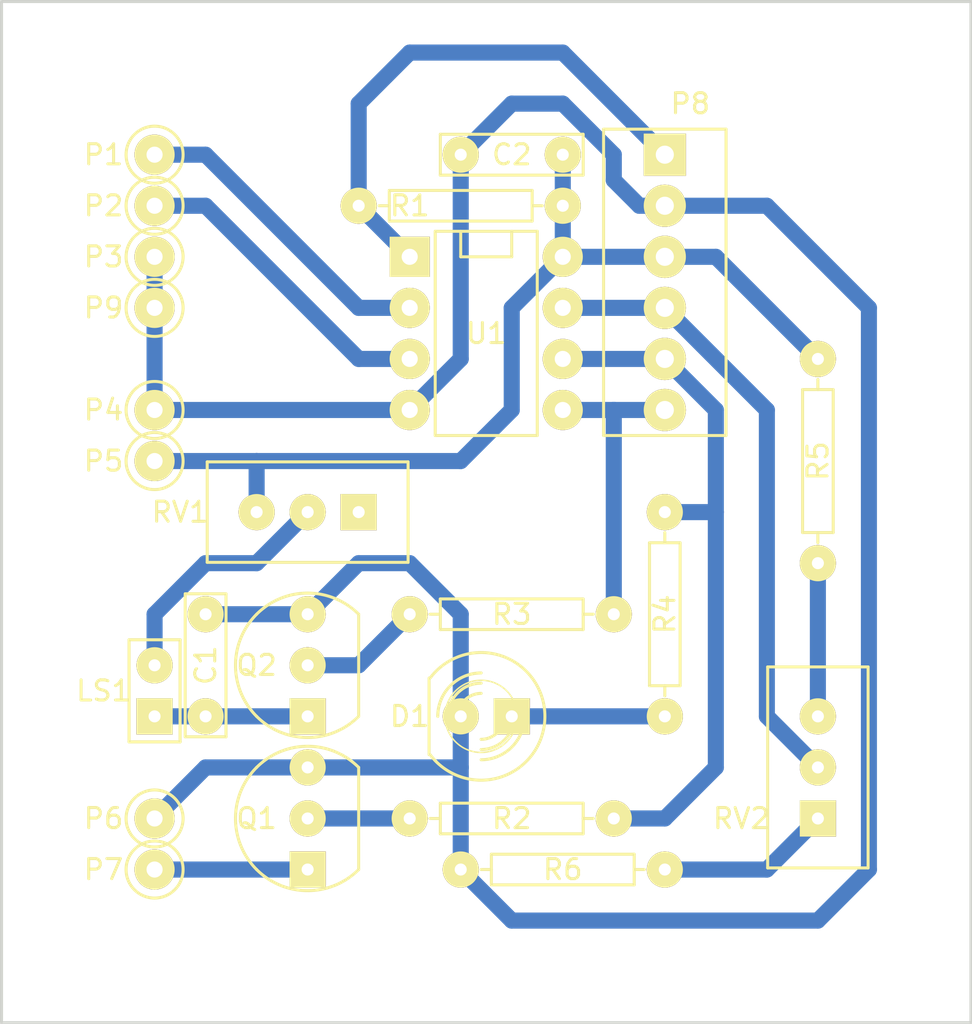
<source format=kicad_pcb>
(kicad_pcb (version 20171130) (host pcbnew 5.1.5+dfsg1-2~bpo10+1)

  (general
    (thickness 1.6)
    (drawings 4)
    (tracks 77)
    (zones 0)
    (modules 24)
    (nets 17)
  )

  (page A4)
  (layers
    (0 F.Cu signal)
    (31 B.Cu signal)
    (32 B.Adhes user)
    (33 F.Adhes user)
    (34 B.Paste user)
    (35 F.Paste user)
    (36 B.SilkS user)
    (37 F.SilkS user)
    (38 B.Mask user)
    (39 F.Mask user)
    (40 Dwgs.User user)
    (41 Cmts.User user)
    (42 Eco1.User user)
    (43 Eco2.User user)
    (44 Edge.Cuts user)
    (45 Margin user)
    (46 B.CrtYd user)
    (47 F.CrtYd user)
    (48 B.Fab user)
    (49 F.Fab user)
  )

  (setup
    (last_trace_width 0.8)
    (trace_clearance 0.2)
    (zone_clearance 0.508)
    (zone_45_only no)
    (trace_min 0.2)
    (via_size 0.6)
    (via_drill 0.4)
    (via_min_size 0.4)
    (via_min_drill 0.3)
    (uvia_size 0.3)
    (uvia_drill 0.1)
    (uvias_allowed no)
    (uvia_min_size 0.2)
    (uvia_min_drill 0.1)
    (edge_width 0.15)
    (segment_width 0.2)
    (pcb_text_width 0.3)
    (pcb_text_size 1.5 1.5)
    (mod_edge_width 0.15)
    (mod_text_size 0.000001 0.000001)
    (mod_text_width 0.15)
    (pad_size 1.4 1.4)
    (pad_drill 0.6)
    (pad_to_mask_clearance 0.2)
    (solder_mask_min_width 0.25)
    (aux_axis_origin 0 0)
    (visible_elements FFFEFF7F)
    (pcbplotparams
      (layerselection 0x00020_fffffffe)
      (usegerberextensions false)
      (usegerberattributes false)
      (usegerberadvancedattributes false)
      (creategerberjobfile false)
      (excludeedgelayer false)
      (linewidth 0.100000)
      (plotframeref false)
      (viasonmask false)
      (mode 1)
      (useauxorigin false)
      (hpglpennumber 1)
      (hpglpenspeed 20)
      (hpglpendiameter 15.000000)
      (psnegative false)
      (psa4output false)
      (plotreference true)
      (plotvalue false)
      (plotinvisibletext false)
      (padsonsilk false)
      (subtractmaskfromsilk false)
      (outputformat 2)
      (mirror false)
      (drillshape 2)
      (scaleselection 1)
      (outputdirectory ""))
  )

  (net 0 "")
  (net 1 "Net-(C1-Pad1)")
  (net 2 "Net-(C1-Pad2)")
  (net 3 "Net-(C2-Pad1)")
  (net 4 "Net-(D1-Pad1)")
  (net 5 "Net-(P1-Pad1)")
  (net 6 "Net-(P2-Pad1)")
  (net 7 "Net-(P7-Pad1)")
  (net 8 "Net-(P8-Pad1)")
  (net 9 "Net-(P8-Pad4)")
  (net 10 "Net-(P8-Pad5)")
  (net 11 "Net-(P8-Pad6)")
  (net 12 "Net-(R5-Pad2)")
  (net 13 "Net-(R6-Pad1)")
  (net 14 "Net-(LS1-Pad2)")
  (net 15 "Net-(Q1-Pad2)")
  (net 16 "Net-(Q2-Pad2)")

  (net_class Default "Ceci est la Netclass par défaut"
    (clearance 0.2)
    (trace_width 0.8)
    (via_dia 0.6)
    (via_drill 0.4)
    (uvia_dia 0.3)
    (uvia_drill 0.1)
    (add_net "Net-(C1-Pad1)")
    (add_net "Net-(C1-Pad2)")
    (add_net "Net-(C2-Pad1)")
    (add_net "Net-(D1-Pad1)")
    (add_net "Net-(LS1-Pad2)")
    (add_net "Net-(P1-Pad1)")
    (add_net "Net-(P2-Pad1)")
    (add_net "Net-(P7-Pad1)")
    (add_net "Net-(P8-Pad1)")
    (add_net "Net-(P8-Pad4)")
    (add_net "Net-(P8-Pad5)")
    (add_net "Net-(P8-Pad6)")
    (add_net "Net-(Q1-Pad2)")
    (add_net "Net-(Q2-Pad2)")
    (add_net "Net-(R5-Pad2)")
    (add_net "Net-(R6-Pad1)")
  )

  (module kicad:PIN_ARRAY_3X1 (layer F.Cu) (tedit 5D336E9E) (tstamp 5C69CC5D)
    (at 157.48 116.84 90)
    (descr "Connecteurs 2 pins")
    (tags "CONN DEV")
    (path /5C61FF4E)
    (fp_text reference RV2 (at -2.54 -3.81 180) (layer F.SilkS)
      (effects (font (size 1 1) (thickness 0.15)))
    )
    (fp_text value POT (at 0 1.905 90) (layer F.SilkS) hide
      (effects (font (size 0.762 0.762) (thickness 0.1524)))
    )
    (fp_line (start -5 2.5) (end -5 -2.5) (layer F.SilkS) (width 0.15))
    (fp_line (start 5 2.5) (end -5 2.5) (layer F.SilkS) (width 0.15))
    (fp_line (start 5 -2.5) (end 5 2.5) (layer F.SilkS) (width 0.15))
    (fp_line (start -5 -2.5) (end 5 -2.5) (layer F.SilkS) (width 0.15))
    (pad 3 thru_hole circle (at 2.54 0 90) (size 1.80086 1.80086) (drill 0.59944) (layers *.Cu *.Mask F.SilkS)
      (net 12 "Net-(R5-Pad2)"))
    (pad 1 thru_hole rect (at -2.54 0 90) (size 1.80086 1.80086) (drill 0.59944) (layers *.Cu *.Mask F.SilkS)
      (net 13 "Net-(R6-Pad1)"))
    (pad 2 thru_hole circle (at 0 0 90) (size 1.80086 1.80086) (drill 0.59944) (layers *.Cu *.Mask F.SilkS)
      (net 9 "Net-(P8-Pad4)"))
    (model pin_array/pins_array_2x1.wrl
      (at (xyz 0 0 0))
      (scale (xyz 1 1 1))
      (rotate (xyz 0 0 0))
    )
  )

  (module kicad:PIN_ARRAY_3X1 (layer F.Cu) (tedit 5D336E9E) (tstamp 5D336E8C)
    (at 132.08 104.14 180)
    (descr "Connecteurs 2 pins")
    (tags "CONN DEV")
    (path /5C69C526)
    (fp_text reference RV1 (at 6.35 0 180) (layer F.SilkS)
      (effects (font (size 1 1) (thickness 0.15)))
    )
    (fp_text value POT (at 0 1.905 180) (layer F.SilkS) hide
      (effects (font (size 0.762 0.762) (thickness 0.1524)))
    )
    (fp_line (start -5 -2.5) (end 5 -2.5) (layer F.SilkS) (width 0.15))
    (fp_line (start 5 -2.5) (end 5 2.5) (layer F.SilkS) (width 0.15))
    (fp_line (start 5 2.5) (end -5 2.5) (layer F.SilkS) (width 0.15))
    (fp_line (start -5 2.5) (end -5 -2.5) (layer F.SilkS) (width 0.15))
    (pad 2 thru_hole circle (at 0 0 180) (size 1.80086 1.80086) (drill 0.59944) (layers *.Cu *.Mask F.SilkS)
      (net 14 "Net-(LS1-Pad2)"))
    (pad 1 thru_hole rect (at -2.54 0 180) (size 1.80086 1.80086) (drill 0.59944) (layers *.Cu *.Mask F.SilkS))
    (pad 3 thru_hole circle (at 2.54 0 180) (size 1.80086 1.80086) (drill 0.59944) (layers *.Cu *.Mask F.SilkS)
      (net 3 "Net-(C2-Pad1)"))
    (model pin_array/pins_array_2x1.wrl
      (at (xyz 0 0 0))
      (scale (xyz 1 1 1))
      (rotate (xyz 0 0 0))
    )
  )

  (module kicad:PIN_ARRAY_1X1 (layer F.Cu) (tedit 5C4E0FE2) (tstamp 5D3222BD)
    (at 124.46 93.98)
    (descr "module 1 pin (ou trou mecanique de percage)")
    (tags DEV)
    (path /5D32CA88)
    (fp_text reference P9 (at -2.54 0) (layer F.SilkS)
      (effects (font (size 1 1) (thickness 0.15)))
    )
    (fp_text value CONN_1 (at 0 2.794) (layer F.SilkS) hide
      (effects (font (size 1.016 1.016) (thickness 0.254)))
    )
    (fp_circle (center 0 0) (end 1.27 0.635) (layer F.SilkS) (width 0.15))
    (pad 1 thru_hole circle (at 0 0) (size 2 2) (drill 0.8) (layers *.Cu *.Mask F.SilkS)
      (net 2 "Net-(C1-Pad2)"))
  )

  (module kicad:NPN (layer F.Cu) (tedit 5D321F7E) (tstamp 5C61E1BD)
    (at 132.08 111.76 180)
    (descr "Transistor TO92 brochage type BC337")
    (tags "TR TO92")
    (path /5C608DFD)
    (fp_text reference Q2 (at 2.54 0) (layer F.SilkS)
      (effects (font (size 1 1) (thickness 0.15)))
    )
    (fp_text value NPN (at 2.032 0 270) (layer F.SilkS) hide
      (effects (font (size 1 1) (thickness 0.15)))
    )
    (fp_line (start -2.54 2.54) (end -2.54 -2.54) (layer F.SilkS) (width 0.15))
    (fp_arc (start 0 0) (end 2.54 2.54) (angle 90) (layer F.SilkS) (width 0.15))
    (fp_arc (start 0 0) (end 2.54 -2.54) (angle 90) (layer F.SilkS) (width 0.15))
    (fp_arc (start 0 0) (end -2.54 -2.54) (angle 90) (layer F.SilkS) (width 0.15))
    (pad 1 thru_hole rect (at 0 -2.54) (size 1.80086 1.80086) (drill 0.59944) (layers *.Cu *.Mask F.SilkS)
      (net 1 "Net-(C1-Pad1)"))
    (pad 2 thru_hole circle (at 0 0) (size 1.80086 1.80086) (drill 0.59944) (layers *.Cu *.Mask F.SilkS)
      (net 16 "Net-(Q2-Pad2)"))
    (pad 3 thru_hole circle (at 0 2.54) (size 1.80086 1.80086) (drill 0.59944) (layers *.Cu *.Mask F.SilkS)
      (net 2 "Net-(C1-Pad2)"))
    (model discret/to98.wrl
      (at (xyz 0 0 0))
      (scale (xyz 1 1 1))
      (rotate (xyz 0 0 0))
    )
  )

  (module kicad:NPN (layer F.Cu) (tedit 5D321F7E) (tstamp 5C535AA8)
    (at 132.08 119.38 180)
    (descr "Transistor TO92 brochage type BC337")
    (tags "TR TO92")
    (path /5B62037E)
    (fp_text reference Q1 (at 2.54 0) (layer F.SilkS)
      (effects (font (size 1 1) (thickness 0.15)))
    )
    (fp_text value NPN (at 2.032 0 270) (layer F.SilkS) hide
      (effects (font (size 1 1) (thickness 0.15)))
    )
    (fp_line (start -2.54 2.54) (end -2.54 -2.54) (layer F.SilkS) (width 0.15))
    (fp_arc (start 0 0) (end 2.54 2.54) (angle 90) (layer F.SilkS) (width 0.15))
    (fp_arc (start 0 0) (end 2.54 -2.54) (angle 90) (layer F.SilkS) (width 0.15))
    (fp_arc (start 0 0) (end -2.54 -2.54) (angle 90) (layer F.SilkS) (width 0.15))
    (pad 1 thru_hole rect (at 0 -2.54) (size 1.80086 1.80086) (drill 0.59944) (layers *.Cu *.Mask F.SilkS)
      (net 7 "Net-(P7-Pad1)"))
    (pad 2 thru_hole circle (at 0 0) (size 1.80086 1.80086) (drill 0.59944) (layers *.Cu *.Mask F.SilkS)
      (net 15 "Net-(Q1-Pad2)"))
    (pad 3 thru_hole circle (at 0 2.54) (size 1.80086 1.80086) (drill 0.59944) (layers *.Cu *.Mask F.SilkS)
      (net 2 "Net-(C1-Pad2)"))
    (model discret/to98.wrl
      (at (xyz 0 0 0))
      (scale (xyz 1 1 1))
      (rotate (xyz 0 0 0))
    )
  )

  (module kicad:DIP-8__300 (layer F.Cu) (tedit 5C4E14D2) (tstamp 5D337186)
    (at 140.97 95.25 270)
    (descr "8 pins DIL package, round pads")
    (tags DIL)
    (path /54A83A0D)
    (fp_text reference U1 (at 0 0) (layer F.SilkS)
      (effects (font (size 1 1) (thickness 0.15)))
    )
    (fp_text value ATTINY45-20PU (at 3.81 0) (layer F.SilkS) hide
      (effects (font (size 1 1) (thickness 0.15)))
    )
    (fp_line (start -5.08 -1.27) (end -3.81 -1.27) (layer F.SilkS) (width 0.15))
    (fp_line (start -3.81 -1.27) (end -3.81 1.27) (layer F.SilkS) (width 0.15))
    (fp_line (start -3.81 1.27) (end -5.08 1.27) (layer F.SilkS) (width 0.15))
    (fp_line (start -5.08 -2.54) (end 5.08 -2.54) (layer F.SilkS) (width 0.15))
    (fp_line (start 5.08 -2.54) (end 5.08 2.54) (layer F.SilkS) (width 0.15))
    (fp_line (start 5.08 2.54) (end -5.08 2.54) (layer F.SilkS) (width 0.15))
    (fp_line (start -5.08 2.54) (end -5.08 -2.54) (layer F.SilkS) (width 0.15))
    (pad 1 thru_hole rect (at -3.81 3.81 270) (size 1.99898 1.99898) (drill 0.8001) (layers *.Cu *.Mask F.SilkS)
      (net 8 "Net-(P8-Pad1)"))
    (pad 2 thru_hole circle (at -1.27 3.81 270) (size 1.99898 1.99898) (drill 0.8001) (layers *.Cu *.Mask F.SilkS)
      (net 5 "Net-(P1-Pad1)"))
    (pad 3 thru_hole circle (at 1.27 3.81 270) (size 1.99898 1.99898) (drill 0.8001) (layers *.Cu *.Mask F.SilkS)
      (net 6 "Net-(P2-Pad1)"))
    (pad 4 thru_hole circle (at 3.81 3.81 270) (size 1.99898 1.99898) (drill 0.8001) (layers *.Cu *.Mask F.SilkS)
      (net 2 "Net-(C1-Pad2)"))
    (pad 5 thru_hole circle (at 3.81 -3.81 270) (size 1.99898 1.99898) (drill 0.8001) (layers *.Cu *.Mask F.SilkS)
      (net 11 "Net-(P8-Pad6)"))
    (pad 6 thru_hole circle (at 1.27 -3.81 270) (size 1.99898 1.99898) (drill 0.8001) (layers *.Cu *.Mask F.SilkS)
      (net 10 "Net-(P8-Pad5)"))
    (pad 7 thru_hole circle (at -1.27 -3.81 270) (size 1.99898 1.99898) (drill 0.8001) (layers *.Cu *.Mask F.SilkS)
      (net 9 "Net-(P8-Pad4)"))
    (pad 8 thru_hole circle (at -3.81 -3.81 270) (size 1.99898 1.99898) (drill 0.8001) (layers *.Cu *.Mask F.SilkS)
      (net 3 "Net-(C2-Pad1)"))
    (model dil/dil_8.wrl
      (at (xyz 0 0 0))
      (scale (xyz 1 1 1))
      (rotate (xyz 0 0 0))
    )
  )

  (module kicad:PIN_ARRAY_6X1 (layer F.Cu) (tedit 5C633311) (tstamp 5B22C485)
    (at 149.86 92.71 270)
    (descr "Connecteur 6 pins")
    (tags "CONN DEV")
    (path /54A83AC7)
    (fp_text reference P8 (at -8.89 -1.27) (layer F.SilkS)
      (effects (font (size 1 1) (thickness 0.15)))
    )
    (fp_text value CONN_6 (at 0 2.159 270) (layer F.SilkS) hide
      (effects (font (size 1 1) (thickness 0.15)))
    )
    (fp_line (start -7.62 -3.048) (end 7.62 -3.048) (layer F.SilkS) (width 0.15))
    (fp_line (start 7.62 -3.048) (end 7.62 3.048) (layer F.SilkS) (width 0.15))
    (fp_line (start 7.62 3.048) (end -7.62 3.048) (layer F.SilkS) (width 0.15))
    (fp_line (start -7.62 3.048) (end -7.62 -3.048) (layer F.SilkS) (width 0.15))
    (pad 1 thru_hole rect (at -6.35 0 270) (size 2.10058 2.10058) (drill 0.89916) (layers *.Cu *.Mask F.SilkS)
      (net 8 "Net-(P8-Pad1)"))
    (pad 2 thru_hole circle (at -3.81 0 270) (size 2.10058 2.10058) (drill 0.89916) (layers *.Cu *.Mask F.SilkS)
      (net 2 "Net-(C1-Pad2)"))
    (pad 3 thru_hole circle (at -1.27 0 270) (size 2.10058 2.10058) (drill 0.89916) (layers *.Cu *.Mask F.SilkS)
      (net 3 "Net-(C2-Pad1)"))
    (pad 4 thru_hole circle (at 1.27 0 270) (size 2.10058 2.10058) (drill 0.89916) (layers *.Cu *.Mask F.SilkS)
      (net 9 "Net-(P8-Pad4)"))
    (pad 5 thru_hole circle (at 3.81 0 270) (size 2.10058 2.10058) (drill 0.89916) (layers *.Cu *.Mask F.SilkS)
      (net 10 "Net-(P8-Pad5)"))
    (pad 6 thru_hole circle (at 6.35 0 270) (size 2.10058 2.10058) (drill 0.89916) (layers *.Cu *.Mask F.SilkS)
      (net 11 "Net-(P8-Pad6)"))
    (model pin_array/pins_array_6x1.wrl
      (at (xyz 0 0 0))
      (scale (xyz 1 1 1))
      (rotate (xyz 0 0 0))
    )
  )

  (module kicad:R4 (layer F.Cu) (tedit 5C4E0F96) (tstamp 5B22C498)
    (at 157.48 101.6 270)
    (descr "Resitance 4 pas")
    (tags R)
    (path /54AB1024)
    (autoplace_cost180 10)
    (fp_text reference R5 (at 0 0 270) (layer F.SilkS)
      (effects (font (size 1 1) (thickness 0.15)))
    )
    (fp_text value R (at -3.048 0 270) (layer F.SilkS) hide
      (effects (font (size 1 1) (thickness 0.15)))
    )
    (fp_line (start 3.556 -0.762) (end 3.556 0.762) (layer F.SilkS) (width 0.15))
    (fp_line (start -3.556 -0.762) (end -3.556 0.762) (layer F.SilkS) (width 0.15))
    (fp_line (start -3.556 0) (end -4.064 0) (layer F.SilkS) (width 0.15))
    (fp_line (start 3.556 0) (end 4.064 0) (layer F.SilkS) (width 0.15))
    (fp_line (start -3.556 0.762) (end 3.556 0.762) (layer F.SilkS) (width 0.15))
    (fp_line (start -3.556 -0.762) (end 3.556 -0.762) (layer F.SilkS) (width 0.15))
    (pad 1 thru_hole circle (at -5.08 0 270) (size 1.80086 1.80086) (drill 0.59944) (layers *.Cu *.Mask F.SilkS)
      (net 3 "Net-(C2-Pad1)"))
    (pad 2 thru_hole circle (at 5.08 0 270) (size 1.80086 1.80086) (drill 0.59944) (layers *.Cu *.Mask F.SilkS)
      (net 12 "Net-(R5-Pad2)"))
    (model discret/resistor.wrl
      (at (xyz 0 0 0))
      (scale (xyz 0.4 0.4 0.4))
      (rotate (xyz 0 0 0))
    )
  )

  (module kicad:R4 (layer F.Cu) (tedit 5C4E0F96) (tstamp 5B22C49E)
    (at 144.78 121.92 180)
    (descr "Resitance 4 pas")
    (tags R)
    (path /54AB1015)
    (autoplace_cost180 10)
    (fp_text reference R6 (at 0 0 180) (layer F.SilkS)
      (effects (font (size 1 1) (thickness 0.15)))
    )
    (fp_text value R (at -3.048 0 180) (layer F.SilkS) hide
      (effects (font (size 1 1) (thickness 0.15)))
    )
    (fp_line (start 3.556 -0.762) (end 3.556 0.762) (layer F.SilkS) (width 0.15))
    (fp_line (start -3.556 -0.762) (end -3.556 0.762) (layer F.SilkS) (width 0.15))
    (fp_line (start -3.556 0) (end -4.064 0) (layer F.SilkS) (width 0.15))
    (fp_line (start 3.556 0) (end 4.064 0) (layer F.SilkS) (width 0.15))
    (fp_line (start -3.556 0.762) (end 3.556 0.762) (layer F.SilkS) (width 0.15))
    (fp_line (start -3.556 -0.762) (end 3.556 -0.762) (layer F.SilkS) (width 0.15))
    (pad 1 thru_hole circle (at -5.08 0 180) (size 1.80086 1.80086) (drill 0.59944) (layers *.Cu *.Mask F.SilkS)
      (net 13 "Net-(R6-Pad1)"))
    (pad 2 thru_hole circle (at 5.08 0 180) (size 1.80086 1.80086) (drill 0.59944) (layers *.Cu *.Mask F.SilkS)
      (net 2 "Net-(C1-Pad2)"))
    (model discret/resistor.wrl
      (at (xyz 0 0 0))
      (scale (xyz 0.4 0.4 0.4))
      (rotate (xyz 0 0 0))
    )
  )

  (module kicad:R4 (layer F.Cu) (tedit 5C4E0F96) (tstamp 5B22C4AA)
    (at 142.24 119.38 180)
    (descr "Resitance 4 pas")
    (tags R)
    (path /54A8798F)
    (autoplace_cost180 10)
    (fp_text reference R2 (at 0 0 180) (layer F.SilkS)
      (effects (font (size 1 1) (thickness 0.15)))
    )
    (fp_text value R (at -3.048 0 180) (layer F.SilkS) hide
      (effects (font (size 1 1) (thickness 0.15)))
    )
    (fp_line (start 3.556 -0.762) (end 3.556 0.762) (layer F.SilkS) (width 0.15))
    (fp_line (start -3.556 -0.762) (end -3.556 0.762) (layer F.SilkS) (width 0.15))
    (fp_line (start -3.556 0) (end -4.064 0) (layer F.SilkS) (width 0.15))
    (fp_line (start 3.556 0) (end 4.064 0) (layer F.SilkS) (width 0.15))
    (fp_line (start -3.556 0.762) (end 3.556 0.762) (layer F.SilkS) (width 0.15))
    (fp_line (start -3.556 -0.762) (end 3.556 -0.762) (layer F.SilkS) (width 0.15))
    (pad 1 thru_hole circle (at -5.08 0 180) (size 1.80086 1.80086) (drill 0.59944) (layers *.Cu *.Mask F.SilkS)
      (net 10 "Net-(P8-Pad5)"))
    (pad 2 thru_hole circle (at 5.08 0 180) (size 1.80086 1.80086) (drill 0.59944) (layers *.Cu *.Mask F.SilkS)
      (net 15 "Net-(Q1-Pad2)"))
    (model discret/resistor.wrl
      (at (xyz 0 0 0))
      (scale (xyz 0.4 0.4 0.4))
      (rotate (xyz 0 0 0))
    )
  )

  (module kicad:R4 (layer F.Cu) (tedit 5C4E0F96) (tstamp 5B22C4B0)
    (at 149.86 109.22 270)
    (descr "Resitance 4 pas")
    (tags R)
    (path /54AB0134)
    (autoplace_cost180 10)
    (fp_text reference R4 (at 0 0 270) (layer F.SilkS)
      (effects (font (size 1 1) (thickness 0.15)))
    )
    (fp_text value R (at -3.048 0 270) (layer F.SilkS) hide
      (effects (font (size 1 1) (thickness 0.15)))
    )
    (fp_line (start 3.556 -0.762) (end 3.556 0.762) (layer F.SilkS) (width 0.15))
    (fp_line (start -3.556 -0.762) (end -3.556 0.762) (layer F.SilkS) (width 0.15))
    (fp_line (start -3.556 0) (end -4.064 0) (layer F.SilkS) (width 0.15))
    (fp_line (start 3.556 0) (end 4.064 0) (layer F.SilkS) (width 0.15))
    (fp_line (start -3.556 0.762) (end 3.556 0.762) (layer F.SilkS) (width 0.15))
    (fp_line (start -3.556 -0.762) (end 3.556 -0.762) (layer F.SilkS) (width 0.15))
    (pad 1 thru_hole circle (at -5.08 0 270) (size 1.80086 1.80086) (drill 0.59944) (layers *.Cu *.Mask F.SilkS)
      (net 10 "Net-(P8-Pad5)"))
    (pad 2 thru_hole circle (at 5.08 0 270) (size 1.80086 1.80086) (drill 0.59944) (layers *.Cu *.Mask F.SilkS)
      (net 4 "Net-(D1-Pad1)"))
    (model discret/resistor.wrl
      (at (xyz 0 0 0))
      (scale (xyz 0.4 0.4 0.4))
      (rotate (xyz 0 0 0))
    )
  )

  (module kicad:R4 (layer F.Cu) (tedit 5C4E0F96) (tstamp 5C61E1C3)
    (at 142.24 109.22 180)
    (descr "Resitance 4 pas")
    (tags R)
    (path /5C608F29)
    (autoplace_cost180 10)
    (fp_text reference R3 (at 0 0 180) (layer F.SilkS)
      (effects (font (size 1 1) (thickness 0.15)))
    )
    (fp_text value R (at -3.048 0 180) (layer F.SilkS) hide
      (effects (font (size 1 1) (thickness 0.15)))
    )
    (fp_line (start 3.556 -0.762) (end 3.556 0.762) (layer F.SilkS) (width 0.15))
    (fp_line (start -3.556 -0.762) (end -3.556 0.762) (layer F.SilkS) (width 0.15))
    (fp_line (start -3.556 0) (end -4.064 0) (layer F.SilkS) (width 0.15))
    (fp_line (start 3.556 0) (end 4.064 0) (layer F.SilkS) (width 0.15))
    (fp_line (start -3.556 0.762) (end 3.556 0.762) (layer F.SilkS) (width 0.15))
    (fp_line (start -3.556 -0.762) (end 3.556 -0.762) (layer F.SilkS) (width 0.15))
    (pad 1 thru_hole circle (at -5.08 0 180) (size 1.80086 1.80086) (drill 0.59944) (layers *.Cu *.Mask F.SilkS)
      (net 11 "Net-(P8-Pad6)"))
    (pad 2 thru_hole circle (at 5.08 0 180) (size 1.80086 1.80086) (drill 0.59944) (layers *.Cu *.Mask F.SilkS)
      (net 16 "Net-(Q2-Pad2)"))
    (model discret/resistor.wrl
      (at (xyz 0 0 0))
      (scale (xyz 0.4 0.4 0.4))
      (rotate (xyz 0 0 0))
    )
  )

  (module kicad:R4 (layer F.Cu) (tedit 5C647C4C) (tstamp 5B22C4B6)
    (at 139.7 88.9 180)
    (descr "Resitance 4 pas")
    (tags R)
    (path /54A84412)
    (autoplace_cost180 10)
    (fp_text reference R1 (at 2.54 0 180) (layer F.SilkS)
      (effects (font (size 1 1) (thickness 0.15)))
    )
    (fp_text value R (at -3.048 0 180) (layer F.SilkS) hide
      (effects (font (size 1 1) (thickness 0.15)))
    )
    (fp_line (start 3.556 -0.762) (end 3.556 0.762) (layer F.SilkS) (width 0.15))
    (fp_line (start -3.556 -0.762) (end -3.556 0.762) (layer F.SilkS) (width 0.15))
    (fp_line (start -3.556 0) (end -4.064 0) (layer F.SilkS) (width 0.15))
    (fp_line (start 3.556 0) (end 4.064 0) (layer F.SilkS) (width 0.15))
    (fp_line (start -3.556 0.762) (end 3.556 0.762) (layer F.SilkS) (width 0.15))
    (fp_line (start -3.556 -0.762) (end 3.556 -0.762) (layer F.SilkS) (width 0.15))
    (pad 1 thru_hole circle (at -5.08 0 180) (size 1.80086 1.80086) (drill 0.59944) (layers *.Cu *.Mask F.SilkS)
      (net 3 "Net-(C2-Pad1)"))
    (pad 2 thru_hole circle (at 5.08 0 180) (size 1.80086 1.80086) (drill 0.59944) (layers *.Cu *.Mask F.SilkS)
      (net 8 "Net-(P8-Pad1)"))
    (model discret/resistor.wrl
      (at (xyz 0 0 0))
      (scale (xyz 0.4 0.4 0.4))
      (rotate (xyz 0 0 0))
    )
  )

  (module kicad:PIN_ARRAY_2X1 (layer F.Cu) (tedit 5C64794E) (tstamp 5C61E1B6)
    (at 124.46 113.03 90)
    (descr "Connecteurs 2 pins")
    (tags "CONN DEV")
    (path /5C61F94A)
    (fp_text reference LS1 (at 0 -2.54 180) (layer F.SilkS)
      (effects (font (size 1 1) (thickness 0.15)))
    )
    (fp_text value Speaker (at 0 -1.905 90) (layer F.SilkS) hide
      (effects (font (size 0.762 0.762) (thickness 0.1524)))
    )
    (fp_line (start -2.54 1.27) (end -2.54 -1.27) (layer F.SilkS) (width 0.1524))
    (fp_line (start -2.54 -1.27) (end 2.54 -1.27) (layer F.SilkS) (width 0.1524))
    (fp_line (start 2.54 -1.27) (end 2.54 1.27) (layer F.SilkS) (width 0.1524))
    (fp_line (start 2.54 1.27) (end -2.54 1.27) (layer F.SilkS) (width 0.1524))
    (pad 1 thru_hole rect (at -1.27 0 90) (size 1.80086 1.80086) (drill 0.59944) (layers *.Cu *.Mask F.SilkS)
      (net 1 "Net-(C1-Pad1)"))
    (pad 2 thru_hole circle (at 1.27 0 90) (size 1.80086 1.80086) (drill 0.59944) (layers *.Cu *.Mask F.SilkS)
      (net 14 "Net-(LS1-Pad2)"))
    (model pin_array/pins_array_2x1.wrl
      (at (xyz 0 0 0))
      (scale (xyz 1 1 1))
      (rotate (xyz 0 0 0))
    )
  )

  (module kicad:C2 (layer F.Cu) (tedit 5C4E1294) (tstamp 5C61E1B0)
    (at 127 111.76 90)
    (descr "Condensateur = 2 pas")
    (tags C)
    (path /5C60A600)
    (fp_text reference C1 (at 0 0 90) (layer F.SilkS)
      (effects (font (size 1 1) (thickness 0.15)))
    )
    (fp_text value C (at -1.27 0 90) (layer F.SilkS) hide
      (effects (font (size 1.016 1.016) (thickness 0.2032)))
    )
    (fp_line (start -3.556 -1.016) (end 3.556 -1.016) (layer F.SilkS) (width 0.15))
    (fp_line (start 3.556 -1.016) (end 3.556 1.016) (layer F.SilkS) (width 0.15))
    (fp_line (start 3.556 1.016) (end -3.556 1.016) (layer F.SilkS) (width 0.15))
    (fp_line (start -3.556 1.016) (end -3.556 -1.016) (layer F.SilkS) (width 0.15))
    (pad 1 thru_hole circle (at -2.54 0 90) (size 1.80086 1.80086) (drill 0.59944) (layers *.Cu *.Mask F.SilkS)
      (net 1 "Net-(C1-Pad1)"))
    (pad 2 thru_hole circle (at 2.54 0 90) (size 1.80086 1.80086) (drill 0.59944) (layers *.Cu *.Mask F.SilkS)
      (net 2 "Net-(C1-Pad2)"))
    (model discret/capa_2pas_5x5mm.wrl
      (at (xyz 0 0 0))
      (scale (xyz 1 1 1))
      (rotate (xyz 0 0 0))
    )
  )

  (module kicad:C2 (layer F.Cu) (tedit 5C4E1294) (tstamp 5D336FFA)
    (at 142.24 86.36 180)
    (descr "Condensateur = 2 pas")
    (tags C)
    (path /5C60A6B9)
    (fp_text reference C2 (at 0 0 180) (layer F.SilkS)
      (effects (font (size 1 1) (thickness 0.15)))
    )
    (fp_text value C (at -1.27 0 180) (layer F.SilkS) hide
      (effects (font (size 1.016 1.016) (thickness 0.2032)))
    )
    (fp_line (start -3.556 -1.016) (end 3.556 -1.016) (layer F.SilkS) (width 0.15))
    (fp_line (start 3.556 -1.016) (end 3.556 1.016) (layer F.SilkS) (width 0.15))
    (fp_line (start 3.556 1.016) (end -3.556 1.016) (layer F.SilkS) (width 0.15))
    (fp_line (start -3.556 1.016) (end -3.556 -1.016) (layer F.SilkS) (width 0.15))
    (pad 1 thru_hole circle (at -2.54 0 180) (size 1.80086 1.80086) (drill 0.59944) (layers *.Cu *.Mask F.SilkS)
      (net 3 "Net-(C2-Pad1)"))
    (pad 2 thru_hole circle (at 2.54 0 180) (size 1.80086 1.80086) (drill 0.59944) (layers *.Cu *.Mask F.SilkS)
      (net 2 "Net-(C1-Pad2)"))
    (model discret/capa_2pas_5x5mm.wrl
      (at (xyz 0 0 0))
      (scale (xyz 1 1 1))
      (rotate (xyz 0 0 0))
    )
  )

  (module kicad:PIN_ARRAY_1X1 (layer F.Cu) (tedit 5C6332F9) (tstamp 5B22C47B)
    (at 124.46 99.06)
    (descr "module 1 pin (ou trou mecanique de percage)")
    (tags DEV)
    (path /54A84F9D)
    (fp_text reference P4 (at -2.54 0) (layer F.SilkS)
      (effects (font (size 1 1) (thickness 0.15)))
    )
    (fp_text value CONN_1 (at 0 2.794) (layer F.SilkS) hide
      (effects (font (size 1.016 1.016) (thickness 0.254)))
    )
    (fp_circle (center 0 0) (end 1.27 0.635) (layer F.SilkS) (width 0.15))
    (pad 1 thru_hole circle (at 0 0) (size 2 2) (drill 0.8) (layers *.Cu *.Mask F.SilkS)
      (net 2 "Net-(C1-Pad2)"))
  )

  (module kicad:PIN_ARRAY_1X1 (layer F.Cu) (tedit 5C61EB4E) (tstamp 5B22C476)
    (at 124.46 101.6)
    (descr "module 1 pin (ou trou mecanique de percage)")
    (tags DEV)
    (path /54A85043)
    (fp_text reference P5 (at -2.54 0) (layer F.SilkS)
      (effects (font (size 1 1) (thickness 0.15)))
    )
    (fp_text value CONN_1 (at 0 2.794) (layer F.SilkS) hide
      (effects (font (size 1.016 1.016) (thickness 0.254)))
    )
    (fp_circle (center 0 0) (end 1.27 0.635) (layer F.SilkS) (width 0.15))
    (pad 1 thru_hole circle (at 0 0) (size 2 2) (drill 0.8) (layers *.Cu *.Mask F.SilkS)
      (net 3 "Net-(C2-Pad1)"))
  )

  (module kicad:PIN_ARRAY_1X1 (layer F.Cu) (tedit 5C61EBF1) (tstamp 5B22C467)
    (at 124.46 119.38)
    (descr "module 1 pin (ou trou mecanique de percage)")
    (tags DEV)
    (path /54AB02AA)
    (fp_text reference P6 (at -2.54 0) (layer F.SilkS)
      (effects (font (size 1 1) (thickness 0.15)))
    )
    (fp_text value CONN_1 (at 0 2.794) (layer F.SilkS) hide
      (effects (font (size 1.016 1.016) (thickness 0.254)))
    )
    (fp_circle (center 0 0) (end 1.27 0.635) (layer F.SilkS) (width 0.15))
    (pad 1 thru_hole circle (at 0 0) (size 2 2) (drill 0.8) (layers *.Cu *.Mask F.SilkS)
      (net 2 "Net-(C1-Pad2)"))
  )

  (module kicad:PIN_ARRAY_1X1 (layer F.Cu) (tedit 5C61EBF5) (tstamp 5B22C462)
    (at 124.46 121.92)
    (descr "module 1 pin (ou trou mecanique de percage)")
    (tags DEV)
    (path /54AB02B9)
    (fp_text reference P7 (at -2.54 0) (layer F.SilkS)
      (effects (font (size 1 1) (thickness 0.15)))
    )
    (fp_text value CONN_1 (at 0 2.794) (layer F.SilkS) hide
      (effects (font (size 1.016 1.016) (thickness 0.254)))
    )
    (fp_circle (center 0 0) (end 1.27 0.635) (layer F.SilkS) (width 0.15))
    (pad 1 thru_hole circle (at 0 0) (size 2 2) (drill 0.8) (layers *.Cu *.Mask F.SilkS)
      (net 7 "Net-(P7-Pad1)"))
  )

  (module kicad:PIN_ARRAY_1X1 (layer F.Cu) (tedit 5C61EB4B) (tstamp 5B22C44E)
    (at 124.46 91.44)
    (descr "module 1 pin (ou trou mecanique de percage)")
    (tags DEV)
    (path /54A83ECB)
    (fp_text reference P3 (at -2.54 0) (layer F.SilkS)
      (effects (font (size 1 1) (thickness 0.15)))
    )
    (fp_text value CONN_1 (at 0 2.794) (layer F.SilkS) hide
      (effects (font (size 1.016 1.016) (thickness 0.254)))
    )
    (fp_circle (center 0 0) (end 1.27 0.635) (layer F.SilkS) (width 0.15))
    (pad 1 thru_hole circle (at 0 0) (size 2 2) (drill 0.8) (layers *.Cu *.Mask F.SilkS)
      (net 2 "Net-(C1-Pad2)"))
  )

  (module kicad:PIN_ARRAY_1X1 (layer F.Cu) (tedit 5C61EB48) (tstamp 5B22C449)
    (at 124.46 88.9)
    (descr "module 1 pin (ou trou mecanique de percage)")
    (tags DEV)
    (path /54A83E39)
    (fp_text reference P2 (at -2.54 0) (layer F.SilkS)
      (effects (font (size 1 1) (thickness 0.15)))
    )
    (fp_text value CONN_1 (at 0 2.794) (layer F.SilkS) hide
      (effects (font (size 1.016 1.016) (thickness 0.254)))
    )
    (fp_circle (center 0 0) (end 1.27 0.635) (layer F.SilkS) (width 0.15))
    (pad 1 thru_hole circle (at 0 0) (size 2 2) (drill 0.8) (layers *.Cu *.Mask F.SilkS)
      (net 6 "Net-(P2-Pad1)"))
  )

  (module kicad:PIN_ARRAY_1X1 (layer F.Cu) (tedit 5C61EB45) (tstamp 5D3371F0)
    (at 124.46 86.36)
    (descr "module 1 pin (ou trou mecanique de percage)")
    (tags DEV)
    (path /54A83E2A)
    (fp_text reference P1 (at -2.54 0) (layer F.SilkS)
      (effects (font (size 1 1) (thickness 0.15)))
    )
    (fp_text value CONN_1 (at 0 2.794) (layer F.SilkS) hide
      (effects (font (size 1.016 1.016) (thickness 0.254)))
    )
    (fp_circle (center 0 0) (end 1.27 0.635) (layer F.SilkS) (width 0.15))
    (pad 1 thru_hole circle (at 0 0) (size 2 2) (drill 0.8) (layers *.Cu *.Mask F.SilkS)
      (net 5 "Net-(P1-Pad1)"))
  )

  (module kicad:LED-5MM (layer F.Cu) (tedit 5C647745) (tstamp 5B22C43F)
    (at 140.97 114.3 180)
    (descr "LED 5mm - Lead pitch 100mil (2,54mm)")
    (tags "LED led 5mm 5MM 100mil 2,54mm")
    (path /54A879A8)
    (fp_text reference D1 (at 3.81 0) (layer F.SilkS)
      (effects (font (size 1 1) (thickness 0.15)))
    )
    (fp_text value LED (at 0 3.81 180) (layer F.SilkS) hide
      (effects (font (size 1 1) (thickness 0.15)))
    )
    (fp_line (start 2.8448 1.905) (end 2.8448 -1.905) (layer F.SilkS) (width 0.15))
    (fp_circle (center 0.254 0) (end -1.016 1.27) (layer F.SilkS) (width 0.0762))
    (fp_arc (start 0.254 0) (end 2.794 1.905) (angle 286.2) (layer F.SilkS) (width 0.15))
    (fp_arc (start 0.254 0) (end -0.889 0) (angle 90) (layer F.SilkS) (width 0.1524))
    (fp_arc (start 0.254 0) (end 1.397 0) (angle 90) (layer F.SilkS) (width 0.1524))
    (fp_arc (start 0.254 0) (end -1.397 0) (angle 90) (layer F.SilkS) (width 0.1524))
    (fp_arc (start 0.254 0) (end 1.905 0) (angle 90) (layer F.SilkS) (width 0.1524))
    (fp_arc (start 0.254 0) (end -1.905 0) (angle 90) (layer F.SilkS) (width 0.1524))
    (fp_arc (start 0.254 0) (end 2.413 0) (angle 90) (layer F.SilkS) (width 0.1524))
    (pad 1 thru_hole rect (at -1.27 0 180) (size 1.80086 1.80086) (drill 0.59944) (layers *.Cu F.Paste F.SilkS F.Mask)
      (net 4 "Net-(D1-Pad1)"))
    (pad 2 thru_hole circle (at 1.27 0 180) (size 1.80086 1.80086) (drill 0.59944) (layers *.Cu F.Paste F.SilkS F.Mask)
      (net 2 "Net-(C1-Pad2)"))
    (model discret/leds/led5_vertical_verde.wrl
      (at (xyz 0 0 0))
      (scale (xyz 1 1 1))
      (rotate (xyz 0 0 0))
    )
  )

  (gr_line (start 165.1 129.54) (end 116.84 129.54) (angle 90) (layer Edge.Cuts) (width 0.15))
  (gr_line (start 116.84 78.74) (end 165.1 78.74) (angle 90) (layer Edge.Cuts) (width 0.15))
  (gr_line (start 116.84 129.54) (end 116.84 78.74) (angle 90) (layer Edge.Cuts) (width 0.15))
  (gr_line (start 165.1 78.74) (end 165.1 129.54) (angle 90) (layer Edge.Cuts) (width 0.15))

  (segment (start 124.46 114.3) (end 127 114.3) (width 0.8) (layer B.Cu) (net 1))
  (segment (start 127 114.3) (end 132.08 114.3) (width 0.8) (layer B.Cu) (net 1))
  (segment (start 137.16 99.06) (end 139.7 96.52) (width 0.8) (layer B.Cu) (net 2) (status 10))
  (segment (start 149.86 88.9) (end 148.59 88.9) (width 0.8) (layer B.Cu) (net 2) (status 10))
  (segment (start 142.24 83.82) (end 139.7 86.36) (width 0.8) (layer B.Cu) (net 2) (tstamp 5C633564) (status 20))
  (segment (start 144.78 83.82) (end 142.24 83.82) (width 0.8) (layer B.Cu) (net 2) (tstamp 5C633560))
  (segment (start 147.32 86.36) (end 144.78 83.82) (width 0.8) (layer B.Cu) (net 2) (tstamp 5C63355B))
  (segment (start 147.32 87.63) (end 147.32 86.36) (width 0.8) (layer B.Cu) (net 2) (tstamp 5C633554))
  (segment (start 148.59 88.9) (end 147.32 87.63) (width 0.8) (layer B.Cu) (net 2) (tstamp 5C633553))
  (segment (start 139.7 86.36) (end 139.7 96.52) (width 0.8) (layer B.Cu) (net 2) (status 10))
  (segment (start 124.46 119.38) (end 127 116.84) (width 0.8) (layer B.Cu) (net 2))
  (segment (start 127 116.84) (end 132.08 116.84) (width 0.8) (layer B.Cu) (net 2))
  (segment (start 139.7 116.84) (end 132.08 116.84) (width 0.8) (layer B.Cu) (net 2))
  (segment (start 139.7 114.3) (end 139.7 116.84) (width 0.8) (layer B.Cu) (net 2))
  (segment (start 139.7 116.84) (end 139.7 121.92) (width 0.8) (layer B.Cu) (net 2))
  (segment (start 124.46 99.06) (end 137.16 99.06) (width 0.8) (layer B.Cu) (net 2))
  (segment (start 124.46 99.06) (end 124.46 93.98) (width 0.8) (layer B.Cu) (net 2))
  (segment (start 124.46 93.98) (end 124.46 91.44) (width 0.8) (layer B.Cu) (net 2))
  (segment (start 149.86 88.9) (end 154.94 88.9) (width 0.8) (layer B.Cu) (net 2))
  (segment (start 160.02 93.98) (end 160.02 121.92) (width 0.8) (layer B.Cu) (net 2))
  (segment (start 154.94 88.9) (end 160.02 93.98) (width 0.8) (layer B.Cu) (net 2))
  (segment (start 160.02 121.92) (end 157.48 124.46) (width 0.8) (layer B.Cu) (net 2))
  (segment (start 142.24 124.46) (end 139.7 121.92) (width 0.8) (layer B.Cu) (net 2))
  (segment (start 157.48 124.46) (end 142.24 124.46) (width 0.8) (layer B.Cu) (net 2))
  (segment (start 132.08 109.22) (end 127 109.22) (width 0.8) (layer B.Cu) (net 2))
  (segment (start 132.08 109.22) (end 134.62 106.68) (width 0.8) (layer B.Cu) (net 2))
  (segment (start 134.62 106.68) (end 137.16 106.68) (width 0.8) (layer B.Cu) (net 2))
  (segment (start 137.16 106.68) (end 139.7 109.22) (width 0.8) (layer B.Cu) (net 2))
  (segment (start 139.7 109.22) (end 139.7 114.3) (width 0.8) (layer B.Cu) (net 2))
  (segment (start 139.7 101.6) (end 142.24 99.06) (width 0.8) (layer B.Cu) (net 3) (tstamp 5C647C1E))
  (segment (start 142.24 99.06) (end 142.24 93.98) (width 0.8) (layer B.Cu) (net 3) (tstamp 5C647C1F))
  (segment (start 142.24 93.98) (end 144.78 91.44) (width 0.8) (layer B.Cu) (net 3) (tstamp 5C647C20) (status 20))
  (segment (start 144.78 91.44) (end 144.78 88.9) (width 0.8) (layer B.Cu) (net 3) (status 30))
  (segment (start 144.78 88.9) (end 144.78 86.36) (width 0.8) (layer B.Cu) (net 3) (tstamp 5C6478FF) (status 30))
  (segment (start 129.54 101.6) (end 129.54 104.14) (width 0.8) (layer B.Cu) (net 3))
  (segment (start 139.7 101.6) (end 129.54 101.6) (width 0.8) (layer B.Cu) (net 3))
  (segment (start 129.54 101.6) (end 124.46 101.6) (width 0.8) (layer B.Cu) (net 3))
  (segment (start 144.78 91.44) (end 149.86 91.44) (width 0.8) (layer B.Cu) (net 3) (status 30))
  (segment (start 149.86 91.44) (end 152.4 91.44) (width 0.8) (layer B.Cu) (net 3))
  (segment (start 152.4 91.44) (end 157.48 96.52) (width 0.8) (layer B.Cu) (net 3))
  (segment (start 142.24 114.3) (end 149.86 114.3) (width 0.8) (layer B.Cu) (net 4) (status 30))
  (segment (start 137.16 93.98) (end 134.62 93.98) (width 0.8) (layer B.Cu) (net 5))
  (segment (start 134.62 93.98) (end 127 86.36) (width 0.8) (layer B.Cu) (net 5))
  (segment (start 127 86.36) (end 124.46 86.36) (width 0.8) (layer B.Cu) (net 5))
  (segment (start 127 88.9) (end 124.46 88.9) (width 0.8) (layer B.Cu) (net 6))
  (segment (start 134.62 96.52) (end 127 88.9) (width 0.8) (layer B.Cu) (net 6))
  (segment (start 137.16 96.52) (end 134.62 96.52) (width 0.8) (layer B.Cu) (net 6))
  (segment (start 132.08 121.92) (end 124.46 121.92) (width 0.8) (layer B.Cu) (net 7) (status 30))
  (segment (start 149.86 86.36) (end 144.78 81.28) (width 0.8) (layer B.Cu) (net 8) (status 10))
  (segment (start 134.62 83.82) (end 134.62 88.9) (width 0.8) (layer B.Cu) (net 8) (tstamp 5C6478F1) (status 20))
  (segment (start 137.16 81.28) (end 134.62 83.82) (width 0.8) (layer B.Cu) (net 8) (tstamp 5C6478E7))
  (segment (start 144.78 81.28) (end 137.16 81.28) (width 0.8) (layer B.Cu) (net 8) (tstamp 5C6478E3))
  (segment (start 134.62 88.9) (end 137.16 91.44) (width 0.8) (layer B.Cu) (net 8) (status 30))
  (segment (start 154.94 99.06) (end 149.86 93.98) (width 0.8) (layer B.Cu) (net 9) (tstamp 5C6475EE) (status 20))
  (segment (start 144.78 93.98) (end 149.86 93.98) (width 0.8) (layer B.Cu) (net 9) (status 30))
  (segment (start 154.94 114.3) (end 154.94 99.06) (width 0.8) (layer B.Cu) (net 9))
  (segment (start 157.48 116.84) (end 154.94 114.3) (width 0.8) (layer B.Cu) (net 9))
  (segment (start 149.86 104.14) (end 152.4 104.14) (width 0.8) (layer B.Cu) (net 10) (status 10))
  (segment (start 149.86 96.52) (end 152.4 99.06) (width 0.8) (layer B.Cu) (net 10) (status 10))
  (segment (start 149.86 119.38) (end 147.32 119.38) (width 0.8) (layer B.Cu) (net 10) (tstamp 5C647EFA) (status 20))
  (segment (start 152.4 116.84) (end 149.86 119.38) (width 0.8) (layer B.Cu) (net 10) (tstamp 5C647EF9))
  (segment (start 152.4 104.14) (end 152.4 116.84) (width 0.8) (layer B.Cu) (net 10) (tstamp 5C647F03))
  (segment (start 144.78 96.52) (end 149.86 96.52) (width 0.8) (layer B.Cu) (net 10) (status 30))
  (segment (start 152.4 99.06) (end 152.4 104.14) (width 0.8) (layer B.Cu) (net 10))
  (segment (start 144.78 99.06) (end 147.32 99.06) (width 0.8) (layer B.Cu) (net 11) (status 10))
  (segment (start 147.32 99.06) (end 149.86 99.06) (width 0.8) (layer B.Cu) (net 11) (tstamp 5C647786) (status 20))
  (segment (start 147.32 109.22) (end 147.32 99.06) (width 0.8) (layer B.Cu) (net 11))
  (segment (start 157.48 106.68) (end 157.48 114.3) (width 0.8) (layer B.Cu) (net 12) (status 30))
  (segment (start 154.94 121.92) (end 157.48 119.38) (width 0.8) (layer B.Cu) (net 13) (tstamp 5C64760B) (status 800020))
  (segment (start 149.86 121.92) (end 154.94 121.92) (width 0.8) (layer B.Cu) (net 13) (status 400010))
  (segment (start 132.08 104.14) (end 129.54 106.68) (width 0.8) (layer B.Cu) (net 14))
  (segment (start 129.54 106.68) (end 127 106.68) (width 0.8) (layer B.Cu) (net 14))
  (segment (start 127 106.68) (end 124.46 109.22) (width 0.8) (layer B.Cu) (net 14))
  (segment (start 124.46 109.22) (end 124.46 111.76) (width 0.8) (layer B.Cu) (net 14))
  (segment (start 132.08 119.38) (end 137.16 119.38) (width 0.8) (layer B.Cu) (net 15) (status 30))
  (segment (start 134.62 111.76) (end 137.16 109.22) (width 0.8) (layer B.Cu) (net 16))
  (segment (start 132.08 111.76) (end 134.62 111.76) (width 0.8) (layer B.Cu) (net 16))

)

</source>
